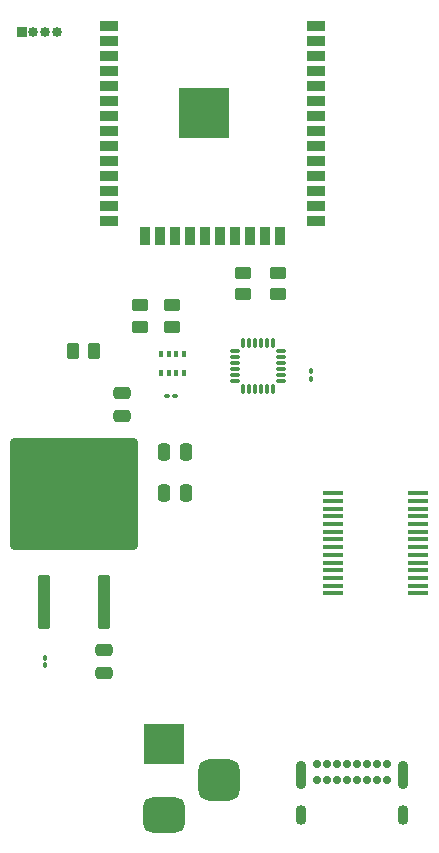
<source format=gbr>
%TF.GenerationSoftware,KiCad,Pcbnew,7.0.6*%
%TF.CreationDate,2023-08-21T19:58:41-03:00*%
%TF.ProjectId,satelite,73617465-6c69-4746-952e-6b696361645f,rev?*%
%TF.SameCoordinates,Original*%
%TF.FileFunction,Soldermask,Top*%
%TF.FilePolarity,Negative*%
%FSLAX46Y46*%
G04 Gerber Fmt 4.6, Leading zero omitted, Abs format (unit mm)*
G04 Created by KiCad (PCBNEW 7.0.6) date 2023-08-21 19:58:41*
%MOMM*%
%LPD*%
G01*
G04 APERTURE LIST*
G04 Aperture macros list*
%AMRoundRect*
0 Rectangle with rounded corners*
0 $1 Rounding radius*
0 $2 $3 $4 $5 $6 $7 $8 $9 X,Y pos of 4 corners*
0 Add a 4 corners polygon primitive as box body*
4,1,4,$2,$3,$4,$5,$6,$7,$8,$9,$2,$3,0*
0 Add four circle primitives for the rounded corners*
1,1,$1+$1,$2,$3*
1,1,$1+$1,$4,$5*
1,1,$1+$1,$6,$7*
1,1,$1+$1,$8,$9*
0 Add four rect primitives between the rounded corners*
20,1,$1+$1,$2,$3,$4,$5,0*
20,1,$1+$1,$4,$5,$6,$7,0*
20,1,$1+$1,$6,$7,$8,$9,0*
20,1,$1+$1,$8,$9,$2,$3,0*%
G04 Aperture macros list end*
%ADD10O,0.850000X0.850000*%
%ADD11R,0.850000X0.850000*%
%ADD12RoundRect,0.250000X0.262500X0.450000X-0.262500X0.450000X-0.262500X-0.450000X0.262500X-0.450000X0*%
%ADD13RoundRect,0.250000X-0.450000X0.262500X-0.450000X-0.262500X0.450000X-0.262500X0.450000X0.262500X0*%
%ADD14C,0.700000*%
%ADD15O,0.900000X2.400000*%
%ADD16O,0.900000X1.700000*%
%ADD17RoundRect,0.250000X-0.475000X0.250000X-0.475000X-0.250000X0.475000X-0.250000X0.475000X0.250000X0*%
%ADD18C,0.600000*%
%ADD19R,4.200000X4.200000*%
%ADD20R,1.500000X0.900000*%
%ADD21R,0.900000X1.500000*%
%ADD22RoundRect,0.100000X-0.130000X-0.100000X0.130000X-0.100000X0.130000X0.100000X-0.130000X0.100000X0*%
%ADD23R,0.350000X0.500000*%
%ADD24RoundRect,0.250000X0.300000X-2.050000X0.300000X2.050000X-0.300000X2.050000X-0.300000X-2.050000X0*%
%ADD25RoundRect,0.250002X5.149998X-4.449998X5.149998X4.449998X-5.149998X4.449998X-5.149998X-4.449998X0*%
%ADD26RoundRect,0.100000X-0.100000X0.130000X-0.100000X-0.130000X0.100000X-0.130000X0.100000X0.130000X0*%
%ADD27R,3.500000X3.500000*%
%ADD28RoundRect,0.750000X1.000000X-0.750000X1.000000X0.750000X-1.000000X0.750000X-1.000000X-0.750000X0*%
%ADD29RoundRect,0.875000X0.875000X-0.875000X0.875000X0.875000X-0.875000X0.875000X-0.875000X-0.875000X0*%
%ADD30RoundRect,0.075000X-0.350000X-0.075000X0.350000X-0.075000X0.350000X0.075000X-0.350000X0.075000X0*%
%ADD31RoundRect,0.075000X0.075000X-0.350000X0.075000X0.350000X-0.075000X0.350000X-0.075000X-0.350000X0*%
%ADD32RoundRect,0.250000X0.250000X0.475000X-0.250000X0.475000X-0.250000X-0.475000X0.250000X-0.475000X0*%
%ADD33R,1.750000X0.450000*%
G04 APERTURE END LIST*
D10*
%TO.C,REF\u002A\u002A*%
X137000000Y-64750000D03*
X136000000Y-64750000D03*
X135000000Y-64750000D03*
D11*
X134000000Y-64750000D03*
%TD*%
D12*
%TO.C,R5*%
X140162500Y-91750000D03*
X138337500Y-91750000D03*
%TD*%
D13*
%TO.C,R2*%
X155750000Y-85087500D03*
X155750000Y-86912500D03*
%TD*%
D14*
%TO.C,J2*%
X159025000Y-126650000D03*
X159875000Y-126650000D03*
X160725000Y-126650000D03*
X161575000Y-126650000D03*
X162425000Y-126650000D03*
X163275000Y-126650000D03*
X164125000Y-126650000D03*
X164975000Y-126650000D03*
X164975000Y-128000000D03*
X164125000Y-128000000D03*
X163275000Y-128000000D03*
X162425000Y-128000000D03*
X161575000Y-128000000D03*
X160725000Y-128000000D03*
X159875000Y-128000000D03*
X159025000Y-128000000D03*
D15*
X157675000Y-127630000D03*
D16*
X157675000Y-131010000D03*
D15*
X166325000Y-127630000D03*
D16*
X166325000Y-131010000D03*
%TD*%
D17*
%TO.C,C1*%
X141000000Y-117050000D03*
X141000000Y-118950000D03*
%TD*%
D13*
%TO.C,R1*%
X144000000Y-87837500D03*
X144000000Y-89662500D03*
%TD*%
D18*
%TO.C,U4*%
X151000000Y-72287500D03*
X151000000Y-70762500D03*
X150237500Y-73050000D03*
X150237500Y-71525000D03*
X150237500Y-70000000D03*
X149475000Y-72287500D03*
D19*
X149475000Y-71525000D03*
D18*
X149475000Y-70762500D03*
X148712500Y-73050000D03*
X148712500Y-71525000D03*
X148712500Y-70000000D03*
X147950000Y-72287500D03*
X147950000Y-70762500D03*
D20*
X158905000Y-64185000D03*
X158905000Y-65455000D03*
X158905000Y-66725000D03*
X158905000Y-67995000D03*
X158905000Y-69265000D03*
X158905000Y-70535000D03*
X158905000Y-71805000D03*
X158905000Y-73075000D03*
X158905000Y-74345000D03*
X158905000Y-75615000D03*
X158905000Y-76885000D03*
X158905000Y-78155000D03*
X158905000Y-79425000D03*
X158905000Y-80695000D03*
D21*
X155875000Y-81945000D03*
X154605000Y-81945000D03*
X153335000Y-81945000D03*
X152065000Y-81945000D03*
X150795000Y-81945000D03*
X149525000Y-81945000D03*
X148255000Y-81945000D03*
X146985000Y-81945000D03*
X145715000Y-81945000D03*
X144445000Y-81945000D03*
D20*
X141405000Y-80695000D03*
X141405000Y-79425000D03*
X141405000Y-78155000D03*
X141405000Y-76885000D03*
X141405000Y-75615000D03*
X141405000Y-74345000D03*
X141405000Y-73075000D03*
X141405000Y-71805000D03*
X141405000Y-70535000D03*
X141405000Y-69265000D03*
X141405000Y-67995000D03*
X141405000Y-66725000D03*
X141405000Y-65455000D03*
X141405000Y-64185000D03*
%TD*%
D22*
%TO.C,C6*%
X146335000Y-95500000D03*
X146975000Y-95500000D03*
%TD*%
D23*
%TO.C,U2*%
X145800000Y-91950000D03*
X146450000Y-91950000D03*
X147100000Y-91950000D03*
X147750000Y-91950000D03*
X147750000Y-93550000D03*
X147100000Y-93550000D03*
X146450000Y-93550000D03*
X145800000Y-93550000D03*
%TD*%
D24*
%TO.C,U7*%
X135920000Y-113000000D03*
D25*
X138460000Y-103850000D03*
D24*
X141000000Y-113000000D03*
%TD*%
D26*
%TO.C,C4*%
X158500000Y-93430000D03*
X158500000Y-94070000D03*
%TD*%
D27*
%TO.C,J4*%
X146042500Y-125000000D03*
D28*
X146042500Y-131000000D03*
D29*
X150742500Y-128000000D03*
%TD*%
D17*
%TO.C,C7*%
X142500000Y-95300000D03*
X142500000Y-97200000D03*
%TD*%
D13*
%TO.C,R3*%
X152750000Y-85087500D03*
X152750000Y-86912500D03*
%TD*%
D30*
%TO.C,U1*%
X152050000Y-91750000D03*
X152050000Y-92250000D03*
X152050000Y-92750000D03*
X152050000Y-93250000D03*
X152050000Y-93750000D03*
X152050000Y-94250000D03*
D31*
X152750000Y-94950000D03*
X153250000Y-94950000D03*
X153750000Y-94950000D03*
X154250000Y-94950000D03*
X154750000Y-94950000D03*
X155250000Y-94950000D03*
D30*
X155950000Y-94250000D03*
X155950000Y-93750000D03*
X155950000Y-93250000D03*
X155950000Y-92750000D03*
X155950000Y-92250000D03*
X155950000Y-91750000D03*
D31*
X155250000Y-91050000D03*
X154750000Y-91050000D03*
X154250000Y-91050000D03*
X153750000Y-91050000D03*
X153250000Y-91050000D03*
X152750000Y-91050000D03*
%TD*%
D32*
%TO.C,C5*%
X147950000Y-103750000D03*
X146050000Y-103750000D03*
%TD*%
D33*
%TO.C,U6*%
X160400000Y-103775000D03*
X160400000Y-104425000D03*
X160400000Y-105075000D03*
X160400000Y-105725000D03*
X160400000Y-106375000D03*
X160400000Y-107025000D03*
X160400000Y-107675000D03*
X160400000Y-108325000D03*
X160400000Y-108975000D03*
X160400000Y-109625000D03*
X160400000Y-110275000D03*
X160400000Y-110925000D03*
X160400000Y-111575000D03*
X160400000Y-112225000D03*
X167600000Y-112225000D03*
X167600000Y-111575000D03*
X167600000Y-110925000D03*
X167600000Y-110275000D03*
X167600000Y-109625000D03*
X167600000Y-108975000D03*
X167600000Y-108325000D03*
X167600000Y-107675000D03*
X167600000Y-107025000D03*
X167600000Y-106375000D03*
X167600000Y-105725000D03*
X167600000Y-105075000D03*
X167600000Y-104425000D03*
X167600000Y-103775000D03*
%TD*%
D32*
%TO.C,C3*%
X147950000Y-100250000D03*
X146050000Y-100250000D03*
%TD*%
D26*
%TO.C,C2*%
X136000000Y-117680000D03*
X136000000Y-118320000D03*
%TD*%
D13*
%TO.C,R4*%
X146750000Y-87837500D03*
X146750000Y-89662500D03*
%TD*%
M02*

</source>
